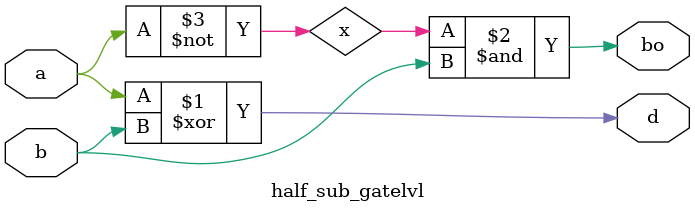
<source format=v>
module half_sub_gatelvl(
    input a, b,
    output d, bo);
wire x;
xor (d,a,b);
not (x,a);
and (bo,x,b);
endmodule

</source>
